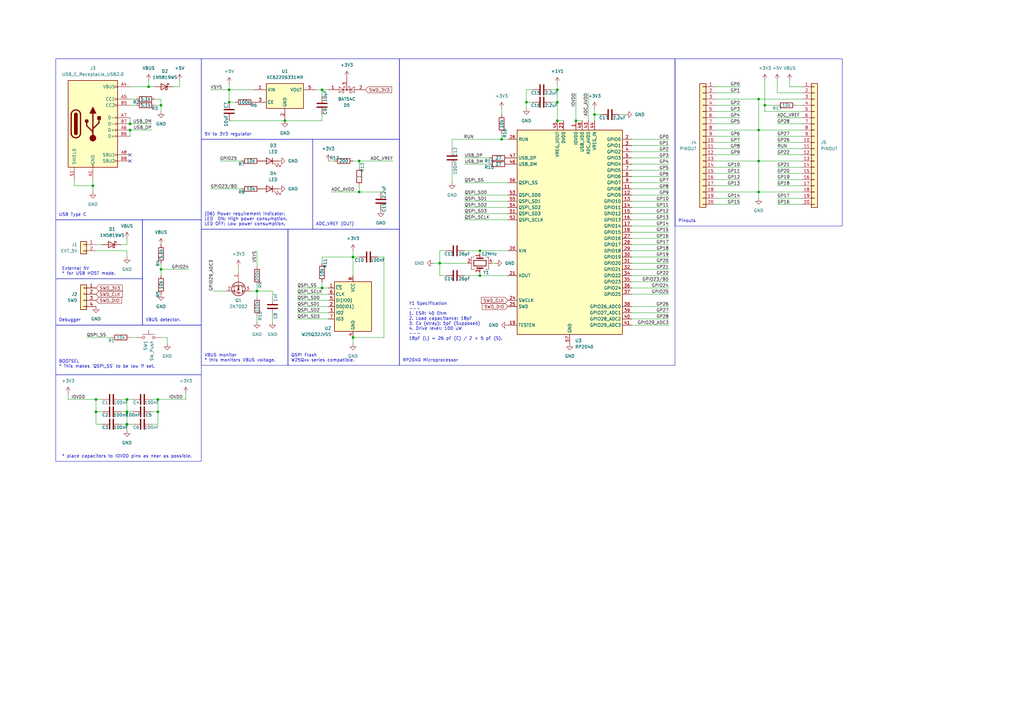
<source format=kicad_sch>
(kicad_sch (version 20230121) (generator eeschema)
  (paper "A3")
  (lib_symbols
    (symbol "Connector:USB_C_Receptacle_USB2.0" (pin_names (offset 1.016))
      (property "Reference" "J" (at -10.16 19.05 0))
      (property "Value" "USB_C_Receptacle_USB2.0" (at 19.05 19.05 0))
      (symbol "USB_C_Receptacle_USB2.0_1_1"
        (pin passive line (at 0 -22.86 90) (length 5.08) (name "GND") (number "A1"))
        (pin passive line (at 0 -22.86 90) (length 5.08) hide (name "GND") (number "A12"))
        (pin passive line (at 15.24 15.24 180) (length 5.08) (name "VBUS") (number "A4"))
        (pin bidirectional line (at 15.24 10.16 180) (length 5.08) (name "CC1") (number "A5"))
        (pin bidirectional line (at 15.24 -2.54 180) (length 5.08) (name "D+") (number "A6"))
        (pin bidirectional line (at 15.24 2.54 180) (length 5.08) (name "D-") (number "A7"))
        (pin bidirectional line (at 15.24 -12.7 180) (length 5.08) (name "SBU1") (number "A8"))
        (pin passive line (at 15.24 15.24 180) (length 5.08) hide (name "VBUS") (number "A9"))
        (pin passive line (at 0 -22.86 90) (length 5.08) hide (name "GND") (number "B1"))
        (pin passive line (at 0 -22.86 90) (length 5.08) hide (name "GND") (number "B12"))
        (pin passive line (at 15.24 15.24 180) (length 5.08) hide (name "VBUS") (number "B4"))
        (pin bidirectional line (at 15.24 7.62 180) (length 5.08) (name "CC2") (number "B5"))
        (pin bidirectional line (at 15.24 -5.08 180) (length 5.08) (name "D+") (number "B6"))
        (pin bidirectional line (at 15.24 0 180) (length 5.08) (name "D-") (number "B7"))
        (pin bidirectional line (at 15.24 -15.24 180) (length 5.08) (name "SBU2") (number "B8"))
        (pin passive line (at 15.24 15.24 180) (length 5.08) hide (name "VBUS") (number "B9"))
        (pin passive line (at -7.62 -22.86 90) (length 5.08) (name "SHIELD") (number "S1"))
      )
    )
    (symbol "Connector_Generic:Conn_01x02" (pin_names (offset 1.016) hide)
      (property "Reference" "J" (at 0 2.54 0))
      (property "Value" "Conn_01x02" (at 0 -5.08 0))
      (symbol "Conn_01x02_1_1"
        (pin passive line (at -5.08 0 0) (length 3.81) (name "Pin_1") (number "1"))
        (pin passive line (at -5.08 -2.54 0) (length 3.81) (name "Pin_2") (number "2"))
      )
    )
    (symbol "Connector_Generic:Conn_01x04" (pin_names (offset 1.016) hide)
      (property "Reference" "J" (at 0 5.08 0))
      (property "Value" "Conn_01x04" (at 0 -7.62 0))
      (symbol "Conn_01x04_1_1"
        (pin passive line (at -5.08 2.54 0) (length 3.81) (name "Pin_1") (number "1"))
        (pin passive line (at -5.08 0 0) (length 3.81) (name "Pin_2") (number "2"))
        (pin passive line (at -5.08 -2.54 0) (length 3.81) (name "Pin_3") (number "3"))
        (pin passive line (at -5.08 -5.08 0) (length 3.81) (name "Pin_4") (number "4"))
      )
    )
    (symbol "Connector_Generic:Conn_01x20" (pin_names (offset 1.016) hide)
      (property "Reference" "J" (at 0 25.4 0))
      (property "Value" "Conn_01x20" (at 0 -27.94 0))
      (symbol "Conn_01x20_1_1"
        (pin passive line (at -5.08 22.86 0) (length 3.81) (name "Pin_1") (number "1"))
        (pin passive line (at -5.08 0 0) (length 3.81) (name "Pin_10") (number "10"))
        (pin passive line (at -5.08 -2.54 0) (length 3.81) (name "Pin_11") (number "11"))
        (pin passive line (at -5.08 -5.08 0) (length 3.81) (name "Pin_12") (number "12"))
        (pin passive line (at -5.08 -7.62 0) (length 3.81) (name "Pin_13") (number "13"))
        (pin passive line (at -5.08 -10.16 0) (length 3.81) (name "Pin_14") (number "14"))
        (pin passive line (at -5.08 -12.7 0) (length 3.81) (name "Pin_15") (number "15"))
        (pin passive line (at -5.08 -15.24 0) (length 3.81) (name "Pin_16") (number "16"))
        (pin passive line (at -5.08 -17.78 0) (length 3.81) (name "Pin_17") (number "17"))
        (pin passive line (at -5.08 -20.32 0) (length 3.81) (name "Pin_18") (number "18"))
        (pin passive line (at -5.08 -22.86 0) (length 3.81) (name "Pin_19") (number "19"))
        (pin passive line (at -5.08 20.32 0) (length 3.81) (name "Pin_2") (number "2"))
        (pin passive line (at -5.08 -25.4 0) (length 3.81) (name "Pin_20") (number "20"))
        (pin passive line (at -5.08 17.78 0) (length 3.81) (name "Pin_3") (number "3"))
        (pin passive line (at -5.08 15.24 0) (length 3.81) (name "Pin_4") (number "4"))
        (pin passive line (at -5.08 12.7 0) (length 3.81) (name "Pin_5") (number "5"))
        (pin passive line (at -5.08 10.16 0) (length 3.81) (name "Pin_6") (number "6"))
        (pin passive line (at -5.08 7.62 0) (length 3.81) (name "Pin_7") (number "7"))
        (pin passive line (at -5.08 5.08 0) (length 3.81) (name "Pin_8") (number "8"))
        (pin passive line (at -5.08 2.54 0) (length 3.81) (name "Pin_9") (number "9"))
      )
    )
    (symbol "Device:C" (pin_numbers hide) (pin_names (offset 0.254))
      (property "Reference" "C" (at 0.635 2.54 0))
      (property "Value" "C" (at 0.635 -2.54 0))
      (symbol "C_1_1"
        (pin passive line (at 0 3.81 270) (length 2.794) (name "~") (number "1"))
        (pin passive line (at 0 -3.81 90) (length 2.794) (name "~") (number "2"))
      )
    )
    (symbol "Device:Crystal_GND24" (pin_names (offset 1.016) hide)
      (property "Reference" "Y" (at 3.175 5.08 0))
      (property "Value" "Crystal_GND24" (at 3.175 3.175 0))
      (symbol "Crystal_GND24_1_1"
        (pin passive line (at -3.81 0 0) (length 1.27) (name "1") (number "1"))
        (pin passive line (at 0 5.08 270) (length 1.27) (name "2") (number "2"))
        (pin passive line (at 3.81 0 180) (length 1.27) (name "3") (number "3"))
        (pin passive line (at 0 -5.08 90) (length 1.27) (name "4") (number "4"))
      )
    )
    (symbol "Device:LED" (pin_numbers hide) (pin_names (offset 1.016) hide)
      (property "Reference" "D" (at 0 2.54 0))
      (property "Value" "LED" (at 0 -2.54 0))
      (symbol "LED_1_1"
        (pin passive line (at -3.81 0 0) (length 2.54) (name "K") (number "1"))
        (pin passive line (at 3.81 0 180) (length 2.54) (name "A") (number "2"))
      )
    )
    (symbol "Device:R" (pin_numbers hide) (pin_names (offset 0))
      (property "Reference" "R" (at 2.032 0 90))
      (property "Value" "R" (at 0 0 90))
      (symbol "R_1_1"
        (pin passive line (at 0 3.81 270) (length 1.27) (name "~") (number "1"))
        (pin passive line (at 0 -3.81 90) (length 1.27) (name "~") (number "2"))
      )
    )
    (symbol "Diode:1N5819WS" (pin_numbers hide) (pin_names (offset 1.016) hide)
      (property "Reference" "D" (at 0 2.54 0))
      (property "Value" "1N5819WS" (at 0 -2.54 0))
      (symbol "1N5819WS_1_1"
        (pin passive line (at -3.81 0 0) (length 2.54) (name "K") (number "1"))
        (pin passive line (at 3.81 0 180) (length 2.54) (name "A") (number "2"))
      )
    )
    (symbol "Diode:BAT54C" (pin_names (offset 1.016))
      (property "Reference" "D" (at 0.635 -3.81 0))
      (property "Value" "BAT54C" (at -6.35 3.175 0))
      (symbol "BAT54C_1_1"
        (pin passive line (at -7.62 0 0) (length 3.81) (name "~") (number "1"))
        (pin passive line (at 7.62 0 180) (length 3.81) (name "~") (number "2"))
        (pin passive line (at 0 -5.08 90) (length 5.08) (name "~") (number "3"))
      )
    )
    (symbol "MCU_RaspberryPi:RP2040"
      (property "Reference" "U" (at 17.78 45.72 0))
      (property "Value" "RP2040" (at 17.78 43.18 0))
      (symbol "RP2040_1_1"
        (pin power_in line (at 2.54 45.72 270) (length 3.81) (name "IOVDD") (number "1"))
        (pin passive line (at 2.54 45.72 270) (length 3.81) hide (name "IOVDD") (number "10"))
        (pin bidirectional line (at 25.4 17.78 180) (length 3.81) (name "GPIO8") (number "11"))
        (pin bidirectional line (at 25.4 15.24 180) (length 3.81) (name "GPIO9") (number "12"))
        (pin bidirectional line (at 25.4 12.7 180) (length 3.81) (name "GPIO10") (number "13"))
        (pin bidirectional line (at 25.4 10.16 180) (length 3.81) (name "GPIO11") (number "14"))
        (pin bidirectional line (at 25.4 7.62 180) (length 3.81) (name "GPIO12") (number "15"))
        (pin bidirectional line (at 25.4 5.08 180) (length 3.81) (name "GPIO13") (number "16"))
        (pin bidirectional line (at 25.4 2.54 180) (length 3.81) (name "GPIO14") (number "17"))
        (pin bidirectional line (at 25.4 0 180) (length 3.81) (name "GPIO15") (number "18"))
        (pin input line (at -25.4 -38.1 0) (length 3.81) (name "TESTEN") (number "19"))
        (pin bidirectional line (at 25.4 38.1 180) (length 3.81) (name "GPIO0") (number "2"))
        (pin input line (at -25.4 -7.62 0) (length 3.81) (name "XIN") (number "20"))
        (pin passive line (at -25.4 -17.78 0) (length 3.81) (name "XOUT") (number "21"))
        (pin passive line (at 2.54 45.72 270) (length 3.81) hide (name "IOVDD") (number "22"))
        (pin power_in line (at -2.54 45.72 270) (length 3.81) (name "DVDD") (number "23"))
        (pin input line (at -25.4 -27.94 0) (length 3.81) (name "SWCLK") (number "24"))
        (pin bidirectional line (at -25.4 -30.48 0) (length 3.81) (name "SWD") (number "25"))
        (pin input line (at -25.4 38.1 0) (length 3.81) (name "RUN") (number "26"))
        (pin bidirectional line (at 25.4 -2.54 180) (length 3.81) (name "GPIO16") (number "27"))
        (pin bidirectional line (at 25.4 -5.08 180) (length 3.81) (name "GPIO17") (number "28"))
        (pin bidirectional line (at 25.4 -7.62 180) (length 3.81) (name "GPIO18") (number "29"))
        (pin bidirectional line (at 25.4 35.56 180) (length 3.81) (name "GPIO1") (number "3"))
        (pin bidirectional line (at 25.4 -10.16 180) (length 3.81) (name "GPIO19") (number "30"))
        (pin bidirectional line (at 25.4 -12.7 180) (length 3.81) (name "GPIO20") (number "31"))
        (pin bidirectional line (at 25.4 -15.24 180) (length 3.81) (name "GPIO21") (number "32"))
        (pin passive line (at 2.54 45.72 270) (length 3.81) hide (name "IOVDD") (number "33"))
        (pin bidirectional line (at 25.4 -17.78 180) (length 3.81) (name "GPIO22") (number "34"))
        (pin bidirectional line (at 25.4 -20.32 180) (length 3.81) (name "GPIO23") (number "35"))
        (pin bidirectional line (at 25.4 -22.86 180) (length 3.81) (name "GPIO24") (number "36"))
        (pin bidirectional line (at 25.4 -25.4 180) (length 3.81) (name "GPIO25") (number "37"))
        (pin bidirectional line (at 25.4 -30.48 180) (length 3.81) (name "GPIO26_ADC0") (number "38"))
        (pin bidirectional line (at 25.4 -33.02 180) (length 3.81) (name "GPIO27_ADC1") (number "39"))
        (pin bidirectional line (at 25.4 33.02 180) (length 3.81) (name "GPIO2") (number "4"))
        (pin bidirectional line (at 25.4 -35.56 180) (length 3.81) (name "GPIO28_ADC2") (number "40"))
        (pin bidirectional line (at 25.4 -38.1 180) (length 3.81) (name "GPIO29_ADC3") (number "41"))
        (pin passive line (at 2.54 45.72 270) (length 3.81) hide (name "IOVDD") (number "42"))
        (pin power_in line (at 7.62 45.72 270) (length 3.81) (name "ADC_AVDD") (number "43"))
        (pin power_in line (at 10.16 45.72 270) (length 3.81) (name "VREG_IN") (number "44"))
        (pin power_out line (at -5.08 45.72 270) (length 3.81) (name "VREG_VOUT") (number "45"))
        (pin bidirectional line (at -25.4 27.94 0) (length 3.81) (name "USB_DM") (number "46"))
        (pin bidirectional line (at -25.4 30.48 0) (length 3.81) (name "USB_DP") (number "47"))
        (pin power_in line (at 5.08 45.72 270) (length 3.81) (name "USB_VDD") (number "48"))
        (pin passive line (at 2.54 45.72 270) (length 3.81) hide (name "IOVDD") (number "49"))
        (pin bidirectional line (at 25.4 30.48 180) (length 3.81) (name "GPIO3") (number "5"))
        (pin passive line (at -2.54 45.72 270) (length 3.81) hide (name "DVDD") (number "50"))
        (pin bidirectional line (at -25.4 7.62 0) (length 3.81) (name "QSPI_SD3") (number "51"))
        (pin output line (at -25.4 5.08 0) (length 3.81) (name "QSPI_SCLK") (number "52"))
        (pin bidirectional line (at -25.4 15.24 0) (length 3.81) (name "QSPI_SD0") (number "53"))
        (pin bidirectional line (at -25.4 10.16 0) (length 3.81) (name "QSPI_SD2") (number "54"))
        (pin bidirectional line (at -25.4 12.7 0) (length 3.81) (name "QSPI_SD1") (number "55"))
        (pin bidirectional line (at -25.4 20.32 0) (length 3.81) (name "QSPI_SS") (number "56"))
        (pin power_in line (at 0 -45.72 90) (length 3.81) (name "GND") (number "57"))
        (pin bidirectional line (at 25.4 27.94 180) (length 3.81) (name "GPIO4") (number "6"))
        (pin bidirectional line (at 25.4 25.4 180) (length 3.81) (name "GPIO5") (number "7"))
        (pin bidirectional line (at 25.4 22.86 180) (length 3.81) (name "GPIO6") (number "8"))
        (pin bidirectional line (at 25.4 20.32 180) (length 3.81) (name "GPIO7") (number "9"))
      )
    )
    (symbol "Memory_Flash:W25Q32JVSS"
      (property "Reference" "U" (at -6.35 11.43 0))
      (property "Value" "W25Q32JVSS" (at 7.62 11.43 0))
      (symbol "W25Q32JVSS_1_1"
        (pin input line (at -10.16 7.62 0) (length 2.54) (name "~{CS}") (number "1"))
        (pin bidirectional line (at -10.16 0 0) (length 2.54) (name "DO(IO1)") (number "2"))
        (pin bidirectional line (at -10.16 -2.54 0) (length 2.54) (name "IO2") (number "3"))
        (pin power_in line (at 0 -12.7 90) (length 2.54) (name "GND") (number "4"))
        (pin bidirectional line (at -10.16 2.54 0) (length 2.54) (name "DI(IO0)") (number "5"))
        (pin input line (at -10.16 5.08 0) (length 2.54) (name "CLK") (number "6"))
        (pin bidirectional line (at -10.16 -5.08 0) (length 2.54) (name "IO3") (number "7"))
        (pin power_in line (at 0 12.7 270) (length 2.54) (name "VCC") (number "8"))
      )
    )
    (symbol "Regulator_Linear:XC6220B331MR"
      (property "Reference" "U" (at 0 8.89 0))
      (property "Value" "XC6220B331MR" (at 0 6.35 0))
      (symbol "XC6220B331MR_1_1"
        (pin power_in line (at -12.7 2.54 0) (length 5.08) (name "VIN") (number "1"))
        (pin power_in line (at 0 -10.16 90) (length 5.08) (name "GND") (number "2"))
        (pin input line (at -12.7 -2.54 0) (length 5.08) (name "CE") (number "3"))
        (pin no_connect line (at 7.62 -2.54 180) (length 5.08) hide (name "NC") (number "4"))
        (pin power_out line (at 12.7 2.54 180) (length 5.08) (name "VOUT") (number "5"))
      )
    )
    (symbol "Switch:SW_Push" (pin_numbers hide) (pin_names (offset 1.016) hide)
      (property "Reference" "SW" (at 1.27 2.54 0))
      (property "Value" "SW_Push" (at 0 -1.524 0))
      (symbol "SW_Push_0_1"
        (pin passive line (at -5.08 0 0) (length 2.54) (name "1") (number "1"))
        (pin passive line (at 5.08 0 180) (length 2.54) (name "2") (number "2"))
      )
    )
    (symbol "Transistor_FET:2N7002" (pin_names hide)
      (property "Reference" "Q" (at 5.08 1.905 0))
      (property "Value" "2N7002" (at 5.08 0 0))
      (symbol "2N7002_1_1"
        (pin input line (at -5.08 0 0) (length 2.54) (name "G") (number "1"))
        (pin passive line (at 2.54 -5.08 90) (length 2.54) (name "S") (number "2"))
        (pin passive line (at 2.54 5.08 270) (length 2.54) (name "D") (number "3"))
      )
    )
    (symbol "power:+1V1" (power) (pin_names (offset 0))
      (property "Value" "+1V1" (at 0 3.556 0))
      (symbol "+1V1_1_1"
        (pin power_in line (at 0 0 90) (length 0) hide (name "+1V1") (number "1"))
      )
    )
    (symbol "power:+3V3" (power) (pin_names (offset 0))
      (property "Value" "+3V3" (at 0 3.556 0))
      (symbol "+3V3_1_1"
        (pin power_in line (at 0 0 90) (length 0) hide (name "+3V3") (number "1"))
      )
    )
    (symbol "power:+5V" (power) (pin_names (offset 0))
      (property "Value" "+5V" (at 0 3.556 0))
      (symbol "+5V_1_1"
        (pin power_in line (at 0 0 90) (length 0) hide (name "+5V") (number "1"))
      )
    )
    (symbol "power:GND" (power) (pin_names (offset 0))
      (property "Value" "GND" (at 0 -3.81 0))
      (symbol "GND_1_1"
        (pin power_in line (at 0 0 270) (length 0) hide (name "GND") (number "1"))
      )
    )
    (symbol "power:VBUS" (power) (pin_names (offset 0))
      (property "Value" "VBUS" (at 0 3.81 0))
      (symbol "VBUS_1_1"
        (pin power_in line (at 0 0 90) (length 0) hide (name "VBUS") (number "1"))
      )
    )
  )
  (junction (at 196.85 113.03))
  (junction (at 93.98 36.83))
  (junction (at 311.15 78.74))
  (junction (at 132.08 118.11))
  (junction (at 52.07 168.91))
  (junction (at 228.6 49.53))
  (junction (at 60.96 35.56))
  (junction (at 205.74 57.15))
  (junction (at 228.6 41.91))
  (junction (at 64.77 168.91))
  (junction (at 39.37 163.83))
  (junction (at 39.37 168.91))
  (junction (at 147.32 78.74))
  (junction (at 243.84 46.99))
  (junction (at 215.9 41.91))
  (junction (at 180.34 107.95))
  (junction (at 53.34 53.34))
  (junction (at 105.41 119.38))
  (junction (at 64.77 163.83))
  (junction (at 116.84 49.53))
  (junction (at 313.69 43.18))
  (junction (at 236.22 49.53))
  (junction (at 144.78 105.41))
  (junction (at 196.85 102.87))
  (junction (at 53.34 50.8))
  (junction (at 52.07 173.99))
  (junction (at 38.1 76.2))
  (junction (at 66.04 110.49))
  (junction (at 147.32 66.04))
  (junction (at 66.04 43.18))
  (junction (at 93.98 41.91))
  (junction (at 144.78 138.43))
  (junction (at 52.07 163.83))
  (junction (at 311.15 53.34))
  (junction (at 228.6 36.83))
  (junction (at 311.15 66.04))
  (junction (at 311.15 40.64))
  (junction (at 132.08 36.83))
  (no_connect (at 53.34 66.04))
  (no_connect (at 53.34 63.5))
  (wire (pts (xy 144.78 66.04) (xy 147.32 66.04)))
  (wire (pts (xy 274.32 59.69) (xy 259.08 59.69)))
  (wire (pts (xy 318.77 58.42) (xy 328.93 58.42)))
  (wire (pts (xy 274.32 92.71) (xy 259.08 92.71)))
  (wire (pts (xy 236.22 49.53) (xy 238.76 49.53)))
  (wire (pts (xy 318.77 76.2) (xy 328.93 76.2)))
  (wire (pts (xy 274.32 57.15) (xy 259.08 57.15)))
  (wire (pts (xy 218.44 36.83) (xy 215.9 36.83)))
  (wire (pts (xy 293.37 83.82) (xy 303.53 83.82)))
  (wire (pts (xy 157.48 105.41) (xy 157.48 138.43)))
  (wire (pts (xy 76.2 163.83) (xy 64.77 163.83)))
  (wire (pts (xy 293.37 45.72) (xy 303.53 45.72)))
  (wire (pts (xy 105.41 116.84) (xy 105.41 119.38)))
  (wire (pts (xy 274.32 113.03) (xy 259.08 113.03)))
  (wire (pts (xy 52.07 100.33) (xy 52.07 97.79)))
  (wire (pts (xy 35.56 138.43) (xy 45.72 138.43)))
  (wire (pts (xy 318.77 81.28) (xy 328.93 81.28)))
  (wire (pts (xy 274.32 67.31) (xy 259.08 67.31)))
  (wire (pts (xy 274.32 105.41) (xy 259.08 105.41)))
  (wire (pts (xy 259.08 118.11) (xy 274.32 118.11)))
  (wire (pts (xy 52.07 173.99) (xy 52.07 176.53)))
  (wire (pts (xy 318.77 50.8) (xy 328.93 50.8)))
  (wire (pts (xy 318.77 63.5) (xy 328.93 63.5)))
  (wire (pts (xy 228.6 36.83) (xy 228.6 41.91)))
  (wire (pts (xy 177.8 107.95) (xy 180.34 107.95)))
  (wire (pts (xy 274.32 97.79) (xy 259.08 97.79)))
  (wire (pts (xy 93.98 34.29) (xy 93.98 36.83)))
  (wire (pts (xy 182.88 113.03) (xy 180.34 113.03)))
  (wire (pts (xy 53.34 53.34) (xy 53.34 55.88)))
  (wire (pts (xy 185.42 57.15) (xy 185.42 60.96)))
  (wire (pts (xy 190.5 90.17) (xy 208.28 90.17)))
  (wire (pts (xy 180.34 107.95) (xy 180.34 102.87)))
  (wire (pts (xy 49.53 168.91) (xy 52.07 168.91)))
  (wire (pts (xy 66.04 43.18) (xy 66.04 40.64)))
  (wire (pts (xy 190.5 64.77) (xy 200.66 64.77)))
  (wire (pts (xy 318.77 83.82) (xy 328.93 83.82)))
  (wire (pts (xy 274.32 125.73) (xy 259.08 125.73)))
  (wire (pts (xy 132.08 36.83) (xy 129.54 36.83)))
  (wire (pts (xy 132.08 115.57) (xy 132.08 118.11)))
  (wire (pts (xy 226.06 36.83) (xy 228.6 36.83)))
  (wire (pts (xy 156.21 78.74) (xy 147.32 78.74)))
  (wire (pts (xy 293.37 40.64) (xy 311.15 40.64)))
  (wire (pts (xy 318.77 73.66) (xy 328.93 73.66)))
  (wire (pts (xy 274.32 62.23) (xy 259.08 62.23)))
  (wire (pts (xy 228.6 41.91) (xy 228.6 49.53)))
  (wire (pts (xy 96.52 41.91) (xy 93.98 41.91)))
  (wire (pts (xy 121.92 130.81) (xy 134.62 130.81)))
  (wire (pts (xy 190.5 87.63) (xy 208.28 87.63)))
  (wire (pts (xy 318.77 68.58) (xy 328.93 68.58)))
  (wire (pts (xy 53.34 48.26) (xy 53.34 50.8)))
  (wire (pts (xy 274.32 72.39) (xy 259.08 72.39)))
  (wire (pts (xy 326.39 43.18) (xy 328.93 43.18)))
  (wire (pts (xy 293.37 68.58) (xy 303.53 68.58)))
  (wire (pts (xy 134.62 36.83) (xy 132.08 36.83)))
  (wire (pts (xy 185.42 57.15) (xy 205.74 57.15)))
  (wire (pts (xy 87.63 119.38) (xy 92.71 119.38)))
  (wire (pts (xy 121.92 123.19) (xy 134.62 123.19)))
  (wire (pts (xy 93.98 49.53) (xy 116.84 49.53)))
  (wire (pts (xy 313.69 33.02) (xy 313.69 43.18)))
  (wire (pts (xy 157.48 138.43) (xy 144.78 138.43)))
  (wire (pts (xy 64.77 163.83) (xy 64.77 168.91)))
  (wire (pts (xy 243.84 46.99) (xy 246.38 46.99)))
  (wire (pts (xy 274.32 87.63) (xy 259.08 87.63)))
  (wire (pts (xy 274.32 133.35) (xy 259.08 133.35)))
  (wire (pts (xy 52.07 105.41) (xy 52.07 102.87)))
  (wire (pts (xy 132.08 105.41) (xy 144.78 105.41)))
  (wire (pts (xy 293.37 66.04) (xy 311.15 66.04)))
  (wire (pts (xy 180.34 107.95) (xy 191.77 107.95)))
  (wire (pts (xy 293.37 78.74) (xy 311.15 78.74)))
  (wire (pts (xy 185.42 68.58) (xy 185.42 74.93)))
  (wire (pts (xy 102.87 119.38) (xy 105.41 119.38)))
  (wire (pts (xy 241.3 38.1) (xy 241.3 49.53)))
  (wire (pts (xy 66.04 110.49) (xy 77.47 110.49)))
  (wire (pts (xy 41.91 173.99) (xy 39.37 173.99)))
  (wire (pts (xy 311.15 66.04) (xy 311.15 78.74)))
  (wire (pts (xy 228.6 49.53) (xy 231.14 49.53)))
  (wire (pts (xy 311.15 53.34) (xy 311.15 66.04)))
  (wire (pts (xy 205.74 44.45) (xy 205.74 46.99)))
  (wire (pts (xy 203.2 107.95) (xy 201.93 107.95)))
  (wire (pts (xy 62.23 168.91) (xy 64.77 168.91)))
  (wire (pts (xy 259.08 120.65) (xy 274.32 120.65)))
  (wire (pts (xy 49.53 163.83) (xy 52.07 163.83)))
  (wire (pts (xy 293.37 58.42) (xy 303.53 58.42)))
  (wire (pts (xy 39.37 168.91) (xy 39.37 173.99)))
  (wire (pts (xy 38.1 78.74) (xy 38.1 76.2)))
  (wire (pts (xy 52.07 102.87) (xy 39.37 102.87)))
  (wire (pts (xy 196.85 113.03) (xy 196.85 111.76)))
  (wire (pts (xy 274.32 130.81) (xy 259.08 130.81)))
  (wire (pts (xy 132.08 46.99) (xy 132.08 49.53)))
  (wire (pts (xy 53.34 35.56) (xy 60.96 35.56)))
  (wire (pts (xy 180.34 113.03) (xy 180.34 107.95)))
  (wire (pts (xy 111.76 119.38) (xy 105.41 119.38)))
  (wire (pts (xy 293.37 76.2) (xy 303.53 76.2)))
  (wire (pts (xy 73.66 33.02) (xy 73.66 35.56)))
  (wire (pts (xy 274.32 102.87) (xy 259.08 102.87)))
  (wire (pts (xy 303.53 38.1) (xy 293.37 38.1)))
  (wire (pts (xy 27.94 163.83) (xy 39.37 163.83)))
  (wire (pts (xy 41.91 163.83) (xy 39.37 163.83)))
  (wire (pts (xy 105.41 102.87) (xy 105.41 109.22)))
  (wire (pts (xy 259.08 115.57) (xy 274.32 115.57)))
  (wire (pts (xy 274.32 128.27) (xy 259.08 128.27)))
  (wire (pts (xy 52.07 163.83) (xy 52.07 168.91)))
  (wire (pts (xy 62.23 173.99) (xy 64.77 173.99)))
  (wire (pts (xy 311.15 66.04) (xy 328.93 66.04)))
  (wire (pts (xy 293.37 48.26) (xy 303.53 48.26)))
  (wire (pts (xy 274.32 77.47) (xy 259.08 77.47)))
  (wire (pts (xy 293.37 73.66) (xy 303.53 73.66)))
  (wire (pts (xy 134.62 66.04) (xy 137.16 66.04)))
  (wire (pts (xy 196.85 102.87) (xy 208.28 102.87)))
  (wire (pts (xy 311.15 40.64) (xy 311.15 53.34)))
  (wire (pts (xy 293.37 50.8) (xy 303.53 50.8)))
  (wire (pts (xy 190.5 82.55) (xy 208.28 82.55)))
  (wire (pts (xy 215.9 41.91) (xy 218.44 41.91)))
  (wire (pts (xy 313.69 45.72) (xy 328.93 45.72)))
  (wire (pts (xy 62.23 50.8) (xy 53.34 50.8)))
  (wire (pts (xy 121.92 128.27) (xy 134.62 128.27)))
  (wire (pts (xy 86.36 36.83) (xy 93.98 36.83)))
  (wire (pts (xy 132.08 36.83) (xy 132.08 39.37)))
  (wire (pts (xy 293.37 43.18) (xy 303.53 43.18)))
  (wire (pts (xy 190.5 74.93) (xy 208.28 74.93)))
  (wire (pts (xy 323.85 35.56) (xy 328.93 35.56)))
  (wire (pts (xy 190.5 67.31) (xy 200.66 67.31)))
  (wire (pts (xy 313.69 43.18) (xy 318.77 43.18)))
  (wire (pts (xy 293.37 60.96) (xy 303.53 60.96)))
  (wire (pts (xy 105.41 129.54) (xy 105.41 132.08)))
  (wire (pts (xy 293.37 35.56) (xy 303.53 35.56)))
  (wire (pts (xy 274.32 107.95) (xy 259.08 107.95)))
  (wire (pts (xy 132.08 118.11) (xy 134.62 118.11)))
  (wire (pts (xy 274.32 90.17) (xy 259.08 90.17)))
  (wire (pts (xy 62.23 163.83) (xy 64.77 163.83)))
  (wire (pts (xy 62.23 53.34) (xy 53.34 53.34)))
  (wire (pts (xy 121.92 125.73) (xy 134.62 125.73)))
  (wire (pts (xy 318.77 71.12) (xy 328.93 71.12)))
  (wire (pts (xy 311.15 40.64) (xy 328.93 40.64)))
  (wire (pts (xy 144.78 105.41) (xy 144.78 113.03)))
  (wire (pts (xy 208.28 113.03) (xy 196.85 113.03)))
  (wire (pts (xy 76.2 163.83) (xy 76.2 161.29)))
  (wire (pts (xy 205.74 54.61) (xy 205.74 57.15)))
  (wire (pts (xy 52.07 168.91) (xy 54.61 168.91)))
  (wire (pts (xy 52.07 173.99) (xy 54.61 173.99)))
  (wire (pts (xy 52.07 163.83) (xy 54.61 163.83)))
  (wire (pts (xy 39.37 168.91) (xy 41.91 168.91)))
  (wire (pts (xy 71.12 35.56) (xy 73.66 35.56)))
  (wire (pts (xy 52.07 168.91) (xy 52.07 173.99)))
  (wire (pts (xy 64.77 168.91) (xy 64.77 173.99)))
  (wire (pts (xy 63.5 40.64) (xy 66.04 40.64)))
  (wire (pts (xy 190.5 102.87) (xy 196.85 102.87)))
  (wire (pts (xy 226.06 41.91) (xy 228.6 41.91)))
  (wire (pts (xy 293.37 81.28) (xy 303.53 81.28)))
  (wire (pts (xy 66.04 107.95) (xy 66.04 110.49)))
  (wire (pts (xy 157.48 105.41) (xy 154.94 105.41)))
  (wire (pts (xy 318.77 38.1) (xy 328.93 38.1)))
  (wire (pts (xy 274.32 85.09) (xy 259.08 85.09)))
  (wire (pts (xy 274.32 82.55) (xy 259.08 82.55)))
  (wire (pts (xy 97.79 109.22) (xy 97.79 111.76)))
  (wire (pts (xy 293.37 55.88) (xy 303.53 55.88)))
  (wire (pts (xy 63.5 35.56) (xy 60.96 35.56)))
  (wire (pts (xy 132.08 49.53) (xy 116.84 49.53)))
  (wire (pts (xy 49.53 100.33) (xy 52.07 100.33)))
  (wire (pts (xy 111.76 121.92) (xy 111.76 119.38)))
  (wire (pts (xy 236.22 38.1) (xy 236.22 49.53)))
  (wire (pts (xy 55.88 138.43) (xy 53.34 138.43)))
  (wire (pts (xy 293.37 53.34) (xy 311.15 53.34)))
  (wire (pts (xy 215.9 36.83) (xy 215.9 41.91)))
  (wire (pts (xy 66.04 45.72) (xy 66.04 43.18)))
  (wire (pts (xy 111.76 129.54) (xy 111.76 132.08)))
  (wire (pts (xy 318.77 60.96) (xy 328.93 60.96)))
  (wire (pts (xy 66.04 110.49) (xy 66.04 113.03)))
  (wire (pts (xy 256.54 46.99) (xy 254 46.99)))
  (wire (pts (xy 318.77 55.88) (xy 328.93 55.88)))
  (wire (pts (xy 105.41 119.38) (xy 105.41 121.92)))
  (wire (pts (xy 66.04 138.43) (xy 68.58 138.43)))
  (wire (pts (xy 311.15 78.74) (xy 311.15 81.28)))
  (wire (pts (xy 274.32 95.25) (xy 259.08 95.25)))
  (wire (pts (xy 274.32 80.01) (xy 259.08 80.01)))
  (wire (pts (xy 293.37 63.5) (xy 303.53 63.5)))
  (wire (pts (xy 147.32 66.04) (xy 161.29 66.04)))
  (wire (pts (xy 311.15 53.34) (xy 328.93 53.34)))
  (wire (pts (xy 318.77 48.26) (xy 328.93 48.26)))
  (wire (pts (xy 274.32 110.49) (xy 259.08 110.49)))
  (wire (pts (xy 27.94 163.83) (xy 27.94 161.29)))
  (wire (pts (xy 68.58 140.97) (xy 68.58 138.43)))
  (wire (pts (xy 243.84 46.99) (xy 243.84 49.53)))
  (wire (pts (xy 90.17 66.04) (xy 99.06 66.04)))
  (wire (pts (xy 147.32 66.04) (xy 147.32 68.58)))
  (wire (pts (xy 311.15 78.74) (xy 328.93 78.74)))
  (wire (pts (xy 293.37 71.12) (xy 303.53 71.12)))
  (wire (pts (xy 196.85 104.14) (xy 196.85 102.87)))
  (wire (pts (xy 63.5 43.18) (xy 66.04 43.18)))
  (wire (pts (xy 318.77 33.02) (xy 318.77 38.1)))
  (wire (pts (xy 228.6 34.29) (xy 228.6 36.83)))
  (wire (pts (xy 215.9 41.91) (xy 215.9 44.45)))
  (wire (pts (xy 313.69 43.18) (xy 313.69 45.72)))
  (wire (pts (xy 144.78 105.41) (xy 147.32 105.41)))
  (wire (pts (xy 60.96 35.56) (xy 60.96 33.02)))
  (wire (pts (xy 93.98 36.83) (xy 104.14 36.83)))
  (wire (pts (xy 144.78 102.87) (xy 144.78 105.41)))
  (wire (pts (xy 30.48 76.2) (xy 38.1 76.2)))
  (wire (pts (xy 55.88 40.64) (xy 53.34 40.64)))
  (wire (pts (xy 135.89 78.74) (xy 147.32 78.74)))
  (wire (pts (xy 121.92 120.65) (xy 134.62 120.65)))
  (wire (pts (xy 190.5 113.03) (xy 196.85 113.03)))
  (wire (pts (xy 49.53 173.99) (xy 52.07 173.99)))
  (wire (pts (xy 274.32 69.85) (xy 259.08 69.85)))
  (wire (pts (xy 147.32 76.2) (xy 147.32 78.74)))
  (wire (pts (xy 38.1 73.66) (xy 38.1 76.2)))
  (wire (pts (xy 121.92 118.11) (xy 132.08 118.11)))
  (wire (pts (xy 274.32 64.77) (xy 259.08 64.77)))
  (wire (pts (xy 205.74 57.15) (xy 208.28 57.15)))
  (wire (pts (xy 190.5 80.01) (xy 208.28 80.01)))
  (wire (pts (xy 132.08 105.41) (xy 132.08 107.95)))
  (wire (pts (xy 243.84 44.45) (xy 243.84 46.99)))
  (wire (pts (xy 30.48 76.2) (xy 30.48 73.66)))
  (wire (pts (xy 86.36 77.47) (xy 99.06 77.47)))
  (wire (pts (xy 180.34 102.87) (xy 182.88 102.87)))
  (wire (pts (xy 323.85 33.02) (xy 323.85 35.56)))
  (wire (pts (xy 274.32 100.33) (xy 259.08 100.33)))
  (wire (pts (xy 190.5 85.09) (xy 208.28 85.09)))
  (wire (pts (xy 274.32 74.93) (xy 259.08 74.93)))
  (wire (pts (xy 55.88 43.18) (xy 53.34 43.18)))
  (wire (pts (xy 93.98 36.83) (xy 93.98 41.91)))
  (wire (pts (xy 39.37 100.33) (xy 41.91 100.33)))
  (wire (pts (xy 144.78 140.97) (xy 144.78 138.43)))
  (wire (pts (xy 39.37 163.83) (xy 39.37 168.91)))
  (rectangle (start 58.42 90.17) (end 82.55 133.35))
  (rectangle (start 82.55 57.15) (end 128.27 93.98))
  (rectangle (start 128.27 57.15) (end 163.83 93.98))
  (rectangle (start 22.86 133.35) (end 82.55 153.67))
  (rectangle (start 22.86 114.3) (end 58.42 133.35))
  (rectangle (start 276.86 24.13) (end 345.44 92.71))
  (rectangle (start 22.86 90.17) (end 58.42 114.3))
  (rectangle (start 163.83 24.13) (end 276.86 149.86))
  (rectangle (start 82.55 24.13) (end 163.83 57.15))
  (rectangle (start 22.86 153.67) (end 82.55 189.23))
  (rectangle (start 22.86 24.13) (end 82.55 90.17))
  (rectangle (start 118.11 93.98) (end 163.83 149.86))
  (rectangle (start 82.55 93.98) (end 118.11 149.86))
  (text "VBUS monitor\n* this monitors VBUS voltage." (at 83.82 148.59 0) (effects (font (size 1.27 1.27)) (justify left bottom)))
  (text "VBUS detector." (at 59.69 132.08 0) (effects (font (size 1.27 1.27)) (justify left bottom)))
  (text "ADC_VREF (OUT)" (at 129.54 92.71 0) (effects (font (size 1.27 1.27)) (justify left bottom)))
  (text "External 5V\n* for USB HOST mode." (at 25.4 113.03 0) (effects (font (size 1.27 1.27)) (justify left bottom)))
  (text "Pinouts" (at 278.13 91.44 0) (effects (font (size 1.27 1.27)) (justify left bottom)))
  (text "Y1 Specification\n---\n1. ESR: 40 Ohm\n2. Load capacitance: 18pF\n3. Cs (stray): 5pF (Supposed)\n4. Drive level: 100 uW\n---\n18pF (L) = 26 pF (C) / 2 + 5 pF (S)." (at 167.64 139.7 0) (effects (font (size 1.27 1.27)) (justify left bottom)))
  (text "Debugger" (at 24.13 132.08 0) (effects (font (size 1.27 1.27)) (justify left bottom)))
  (text "RP2040 Microprocessor" (at 165.1 148.59 0) (effects (font (size 1.27 1.27)) (justify left bottom)))
  (text "QSPI Flash\nW25Qxx series compatible." (at 119.38 148.59 0) (effects (font (size 1.27 1.27)) (justify left bottom)))
  (text "(D6) Power requirement indicator.\nLED  ON: High power consumption.\nLED OFF: Low power consumption." (at 83.82 92.71 0) (effects (font (size 1.27 1.27)) (justify left bottom)))
  (text "USB Type C" (at 24.13 88.9 0) (effects (font (size 1.27 1.27)) (justify left bottom)))
  (text "* place capacitors to IOVDD pins as near as possible." (at 25.4 187.96 0) (effects (font (size 1.27 1.27)) (justify left bottom)))
  (text "BOOTSEL\n* This makes `QSPI_SS` to be low if set." (at 24.13 151.13 0) (effects (font (size 1.27 1.27)) (justify left bottom)))
  (text "5V to 3V3 regulator" (at 83.82 55.88 0) (effects (font (size 1.27 1.27)) (justify left bottom)))
  (label "GP16" (at 274.32 97.79 180))
  (label "GP4" (at 303.53 48.26 180))
  (label "GP21" (at 318.77 68.58 0))
  (label "GP8" (at 274.32 77.47 180))
  (label "QSPI_SD3" (at 190.5 87.63 0))
  (label "GP6" (at 303.53 55.88 180))
  (label "GPIO23{slash}BD" (at 86.36 77.47 0))
  (label "GP22" (at 274.32 113.03 180))
  (label "ADC_VREF" (at 318.77 48.26 0))
  (label "USB_DM" (at 190.5 67.31 0))
  (label "QSPI_SD0" (at 190.5 80.01 0))
  (label "GP16" (at 318.77 83.82 0))
  (label "GP1" (at 274.32 59.69 180))
  (label "IOVDD" (at 74.93 163.83 180))
  (label "GPIO29_ADC3" (at 274.32 133.35 180))
  (label "GP3" (at 303.53 45.72 180))
  (label "GP6" (at 274.32 72.39 180))
  (label "USB_DP" (at 190.5 64.77 0))
  (label "ADC_VREF" (at 161.29 66.04 180))
  (label "RUN" (at 318.77 60.96 0))
  (label "QSPI_SD3" (at 121.92 130.81 0))
  (label "GP28" (at 274.32 130.81 180))
  (label "GPIO24" (at 274.32 118.11 180))
  (label "GP12" (at 274.32 87.63 180))
  (label "RUN" (at 194.31 57.15 180))
  (label "GPIO25" (at 274.32 120.65 180))
  (label "GPIO24" (at 77.47 110.49 180))
  (label "VSYS" (at 86.36 36.83 0))
  (label "GP17" (at 318.77 81.28 0))
  (label "GP20" (at 274.32 107.95 180))
  (label "QSPI_SCLK" (at 121.92 120.65 0))
  (label "GP9" (at 274.32 80.01 180))
  (label "GP27" (at 318.77 55.88 0))
  (label "ADC_AVDD" (at 135.89 78.74 0))
  (label "GP10" (at 274.32 82.55 180))
  (label "GP11" (at 274.32 85.09 180))
  (label "GP7" (at 274.32 74.93 180))
  (label "GP1" (at 303.53 38.1 180))
  (label "GP13" (at 274.32 90.17 180))
  (label "QSPI_SS" (at 121.92 118.11 0))
  (label "GP22" (at 318.77 63.5 0))
  (label "GP19" (at 318.77 73.66 0))
  (label "GP14" (at 274.32 92.71 180))
  (label "USB_DP" (at 62.23 53.34 180))
  (label "GP4" (at 274.32 67.31 180))
  (label "GP19" (at 274.32 105.41 180))
  (label "IOVDD" (at 29.21 163.83 0))
  (label "GP7" (at 303.53 58.42 180))
  (label "GP18" (at 274.32 102.87 180))
  (label "VSYS" (at 105.41 102.87 270))
  (label "GP10" (at 303.53 68.58 180))
  (label "GP8" (at 303.53 60.96 180))
  (label "QSPI_SS" (at 35.56 138.43 0))
  (label "QSPI_SS" (at 190.5 74.93 0))
  (label "GP15" (at 303.53 83.82 180))
  (label "IOVDD" (at 236.22 38.1 270))
  (label "GP5" (at 274.32 69.85 180))
  (label "QSPI_SD2" (at 190.5 85.09 0))
  (label "GP17" (at 274.32 100.33 180))
  (label "QSPI_SD2" (at 121.92 128.27 0))
  (label "GP18" (at 318.77 76.2 0))
  (label "GP14" (at 303.53 81.28 180))
  (label "GP26" (at 318.77 58.42 0))
  (label "GP2" (at 303.53 43.18 180))
  (label "GPIO23{slash}BD" (at 274.32 115.57 180))
  (label "GP3" (at 274.32 64.77 180))
  (label "GP15" (at 274.32 95.25 180))
  (label "GP11" (at 303.53 71.12 180))
  (label "ADC_AVDD" (at 241.3 38.1 270))
  (label "GP27" (at 274.32 128.27 180))
  (label "GP21" (at 274.32 110.49 180))
  (label "GP13" (at 303.53 76.2 180))
  (label "GP26" (at 274.32 125.73 180))
  (label "GP0" (at 274.32 57.15 180))
  (label "GP12" (at 303.53 73.66 180))
  (label "USB_DM" (at 62.23 50.8 180))
  (label "QSPI_SCLK" (at 190.5 90.17 0))
  (label "GP0" (at 303.53 35.56 180))
  (label "GPIO25" (at 90.17 66.04 0))
  (label "QSPI_SD1" (at 121.92 125.73 0))
  (label "GP28" (at 318.77 50.8 0))
  (label "QSPI_SD0" (at 121.92 123.19 0))
  (label "GP9" (at 303.53 63.5 180))
  (label "GP20" (at 318.77 71.12 0))
  (label "GPIO29_ADC3" (at 87.63 119.38 90))
  (label "QSPI_SD1" (at 190.5 82.55 0))
  (label "GP2" (at 274.32 62.23 180))
  (label "GP5" (at 303.53 50.8 180))
  (global_label "SWD_3V3" (shape input) (at 39.37 118.11 0) (property "Intersheetrefs" "${INTERSHEET_REFS}" (effects hide)))
  (global_label "SWD_DIO" (shape input) (at 39.37 123.19 0) (property "Intersheetrefs" "${INTERSHEET_REFS}" (effects hide)))
  (global_label "SWD_CLK" (shape input) (at 39.37 120.65 0) (property "Intersheetrefs" "${INTERSHEET_REFS}" (effects hide)))
  (global_label "SWD_DIO" (shape input) (at 208.28 125.73 180) (property "Intersheetrefs" "${INTERSHEET_REFS}" (effects hide)))
  (global_label "SWD_CLK" (shape input) (at 208.28 123.19 180) (property "Intersheetrefs" "${INTERSHEET_REFS}" (effects hide)))
  (global_label "SWD_3V3" (shape input) (at 149.86 36.83 0) (property "Intersheetrefs" "${INTERSHEET_REFS}" (effects hide)))
  (symbol (lib_id "power:GND") (at 66.04 120.65 0) (unit 1)
    (property "Reference" "#PWR010" (effects hide))
    (property "Value" "GND" (at 66.04 125.73 0))
  )
  (symbol (lib_id "Device:R") (at 49.53 138.43 90) (mirror x) (unit 1)
    (property "Reference" "R1" (at 45.72 139.7 90))
    (property "Value" "10k" (at 49.53 138.43 90))
    (property "Footprint" "Resistor_SMD:R_0603_1608Metric" (effects hide))
  )
  (symbol (lib_id "power:GND") (at 144.78 140.97 0) (unit 1)
    (property "Reference" "#PWR024" (effects hide))
    (property "Value" "GND" (at 144.78 146.05 0))
  )
  (symbol (lib_id "Regulator_Linear:XC6220B331MR") (at 116.84 39.37 0) (unit 1)
    (property "Reference" "U1" (at 116.84 29.21 0))
    (property "Value" "XC6220B331MR" (at 116.84 31.75 0))
    (property "Footprint" "Package_TO_SOT_SMD:SOT-23-5" (effects hide))
    (property "Datasheet" "https://www.torexsemi.com/file/xc6220/XC6220.pdf" (effects hide))
  )
  (symbol (lib_id "power:+3V3") (at 144.78 102.87 0) (unit 1)
    (property "Reference" "#PWR023" (effects hide))
    (property "Value" "+3V3" (at 144.78 97.79 0))
  )
  (symbol (lib_id "power:GND") (at 38.1 78.74 0) (unit 1)
    (property "Reference" "#PWR02" (effects hide))
    (property "Value" "GND" (at 38.1 83.82 0))
  )
  (symbol (lib_id "power:+3V3") (at 142.24 31.75 0) (unit 1)
    (property "Reference" "#PWR022" (effects hide))
    (property "Value" "+3V3" (at 142.24 26.67 0))
  )
  (symbol (lib_id "power:GND") (at 256.54 46.99 90) (unit 1)
    (property "Reference" "#PWR035" (effects hide))
    (property "Value" "GND" (at 260.35 46.99 90) (effects (justify right)))
  )
  (symbol (lib_id "power:+3V3") (at 134.62 66.04 0) (mirror y) (unit 1)
    (property "Reference" "#PWR021" (effects hide))
    (property "Value" "+3V3" (at 134.62 60.96 0))
  )
  (symbol (lib_id "Device:R") (at 204.47 64.77 90) (mirror x) (unit 1)
    (property "Reference" "R14" (at 200.66 66.04 90))
    (property "Value" "27" (at 204.47 64.77 90))
    (property "Footprint" "Resistor_SMD:R_0603_1608Metric" (effects hide))
  )
  (symbol (lib_id "Device:R") (at 59.69 40.64 90) (mirror x) (unit 1)
    (property "Reference" "R2" (at 55.88 41.91 90))
    (property "Value" "5.1k" (at 59.69 40.64 90))
    (property "Footprint" "Resistor_SMD:R_0603_1608Metric" (effects hide))
  )
  (symbol (lib_id "power:GND") (at 215.9 44.45 0) (unit 1)
    (property "Reference" "#PWR031" (effects hide))
    (property "Value" "GND" (at 215.9 49.53 0))
  )
  (symbol (lib_id "power:+5V") (at 73.66 33.02 0) (unit 1)
    (property "Reference" "#PWR012" (effects hide))
    (property "Value" "+5V" (at 73.66 27.94 0))
  )
  (symbol (lib_id "power:GND") (at 39.37 125.73 0) (unit 1)
    (property "Reference" "#PWR03" (effects hide))
    (property "Value" "GND" (at 39.37 130.81 0))
  )
  (symbol (lib_id "power:+3V3") (at 27.94 161.29 0) (unit 1)
    (property "Reference" "#PWR01" (effects hide))
    (property "Value" "+3V3" (at 27.94 156.21 0))
  )
  (symbol (lib_id "Device:C") (at 45.72 168.91 90) (mirror x) (unit 1)
    (property "Reference" "C2" (at 43.18 170.18 90))
    (property "Value" "100nF" (at 49.53 170.18 90))
    (property "Footprint" "Capacitor_SMD:C_0603_1608Metric" (effects hide))
  )
  (symbol (lib_id "Device:R") (at 204.47 67.31 90) (mirror x) (unit 1)
    (property "Reference" "R15" (at 200.66 68.58 90))
    (property "Value" "27" (at 204.47 67.31 90))
    (property "Footprint" "Resistor_SMD:R_0603_1608Metric" (effects hide))
  )
  (symbol (lib_id "Device:Crystal_GND24") (at 196.85 107.95 90) (mirror x) (unit 1)
    (property "Reference" "Y1" (at 199.39 111.76 90))
    (property "Value" "12MHz" (at 200.66 104.14 90))
    (property "Footprint" "Crystal:Crystal_SMD_3225-4Pin_3.2x2.5mm" (effects hide))
  )
  (symbol (lib_id "power:VBUS") (at 323.85 33.02 0) (unit 1)
    (property "Reference" "#PWR039" (effects hide))
    (property "Value" "VBUS" (at 323.85 27.94 0))
  )
  (symbol (lib_id "Device:C") (at 250.19 46.99 90) (mirror x) (unit 1)
    (property "Reference" "C17" (at 247.65 48.26 90))
    (property "Value" "2.2uF" (at 254 48.26 90))
    (property "Footprint" "Capacitor_SMD:C_0603_1608Metric" (effects hide))
  )
  (symbol (lib_id "power:GND") (at 311.15 81.28 0) (unit 1)
    (property "Reference" "#PWR036" (effects hide))
    (property "Value" "GND" (at 311.15 86.36 0))
  )
  (symbol (lib_id "Device:R") (at 147.32 72.39 0) (unit 1)
    (property "Reference" "R13" (at 148.59 68.58 90))
    (property "Value" "1" (at 147.32 72.39 90))
    (property "Footprint" "Resistor_SMD:R_0603_1608Metric" (effects hide))
  )
  (symbol (lib_id "Device:C") (at 58.42 173.99 270) (unit 1)
    (property "Reference" "C6" (at 55.88 175.26 90))
    (property "Value" "100nF" (at 62.23 175.26 90))
    (property "Footprint" "Capacitor_SMD:C_0603_1608Metric" (effects hide))
  )
  (symbol (lib_id "Device:C") (at 186.69 113.03 90) (mirror x) (unit 1)
    (property "Reference" "C14" (at 184.15 114.3 90))
    (property "Value" "26pF" (at 190.5 114.3 90))
    (property "Footprint" "Capacitor_SMD:C_0603_1608Metric" (effects hide))
  )
  (symbol (lib_id "Device:R") (at 322.58 43.18 90) (mirror x) (unit 1)
    (property "Reference" "R17" (at 318.77 44.45 90))
    (property "Value" "10k" (at 322.58 43.18 90))
    (property "Footprint" "Resistor_SMD:R_0603_1608Metric" (effects hide))
  )
  (symbol (lib_id "Device:C") (at 186.69 102.87 90) (mirror x) (unit 1)
    (property "Reference" "C13" (at 184.15 104.14 90))
    (property "Value" "26pF" (at 190.5 104.14 90))
    (property "Footprint" "Capacitor_SMD:C_0603_1608Metric" (effects hide))
  )
  (symbol (lib_id "Device:R") (at 59.69 43.18 270) (unit 1)
    (property "Reference" "R3" (at 63.5 44.45 90))
    (property "Value" "5.1k" (at 59.69 43.18 90))
    (property "Footprint" "Resistor_SMD:R_0603_1608Metric" (effects hide))
  )
  (symbol (lib_id "power:GND") (at 185.42 74.93 0) (unit 1)
    (property "Reference" "#PWR027" (effects hide))
    (property "Value" "GND" (at 185.42 80.01 0))
  )
  (symbol (lib_id "Device:LED") (at 110.49 66.04 0) (mirror y) (unit 1)
    (property "Reference" "D3" (at 112.0775 59.69 0))
    (property "Value" "LED" (at 112.0775 62.23 0))
    (property "Footprint" "LED_SMD:LED_0603_1608Metric" (effects hide))
  )
  (symbol (lib_id "Device:C") (at 45.72 173.99 90) (mirror x) (unit 1)
    (property "Reference" "C3" (at 43.18 175.26 90))
    (property "Value" "100nF" (at 49.53 175.26 90))
    (property "Footprint" "Capacitor_SMD:C_0603_1608Metric" (effects hide))
  )
  (symbol (lib_id "Diode:BAT54C") (at 142.24 36.83 0) (mirror x) (unit 1)
    (property "Reference" "D5" (at 142.24 43.18 0))
    (property "Value" "BAT54C" (at 142.24 40.64 0))
    (property "Footprint" "Package_TO_SOT_SMD:SOT-23" (effects hide))
    (property "Datasheet" "http://www.diodes.com/_files/datasheets/ds11005.pdf" (effects hide))
  )
  (symbol (lib_id "Device:R") (at 132.08 111.76 0) (unit 1)
    (property "Reference" "R11" (at 133.35 107.95 90))
    (property "Value" "10k" (at 132.08 111.76 90))
    (property "Footprint" "Resistor_SMD:R_0603_1608Metric" (effects hide))
  )
  (symbol (lib_id "power:GND") (at 114.3 66.04 90) (unit 1)
    (property "Reference" "#PWR018" (effects hide))
    (property "Value" "GND" (at 118.11 66.04 90) (effects (justify right)))
  )
  (symbol (lib_id "power:+5V") (at 93.98 34.29 0) (unit 1)
    (property "Reference" "#PWR014" (effects hide))
    (property "Value" "+5V" (at 93.98 29.21 0))
  )
  (symbol (lib_id "Device:C") (at 151.13 105.41 90) (mirror x) (unit 1)
    (property "Reference" "C10" (at 147.32 106.68 90))
    (property "Value" "100nF" (at 154.94 106.68 90))
    (property "Footprint" "Capacitor_SMD:C_0603_1608Metric" (effects hide))
  )
  (symbol (lib_id "power:GND") (at 105.41 132.08 0) (unit 1)
    (property "Reference" "#PWR016" (effects hide))
    (property "Value" "GND" (at 105.41 137.16 0))
  )
  (symbol (lib_id "Connector_Generic:Conn_01x04") (at 34.29 120.65 0) (mirror y) (unit 1)
    (property "Reference" "J2" (at 31.75 120.65 0) (effects (justify left)))
    (property "Value" "SWD" (at 31.75 123.19 0) (effects (justify left)))
    (property "Footprint" "Connector_PinHeader_2.54mm:PinHeader_1x04_P2.54mm_Vertical" (effects hide))
  )
  (symbol (lib_id "power:+1V1") (at 228.6 34.29 0) (unit 1)
    (property "Reference" "#PWR032" (effects hide))
    (property "Value" "+1V1" (at 228.6 29.21 0))
  )
  (symbol (lib_id "Device:C") (at 111.76 125.73 0) (mirror x) (unit 1)
    (property "Reference" "C8" (at 113.03 129.54 90))
    (property "Value" "1nF" (at 113.03 121.92 90))
    (property "Footprint" "Capacitor_SMD:C_0603_1608Metric" (effects hide))
  )
  (symbol (lib_id "Memory_Flash:W25Q32JVSS") (at 144.78 125.73 0) (unit 1)
    (property "Reference" "U2" (at 135.89 134.62 0) (effects (justify right)))
    (property "Value" "W25Q32JVSS" (at 135.89 137.16 0) (effects (justify right)))
    (property "Footprint" "Package_SO:SOIC-8_5.23x5.23mm_P1.27mm" (effects hide))
    (property "Datasheet" "http://www.winbond.com/resource-files/w25q32jv%20revg%2003272018%20plus.pdf" (effects hide))
  )
  (symbol (lib_id "power:GND") (at 208.28 133.35 270) (mirror x) (unit 1)
    (property "Reference" "#PWR030" (effects hide))
    (property "Value" "GND" (at 204.47 133.35 90) (effects (justify right)))
  )
  (symbol (lib_id "power:GND") (at 156.21 86.36 0) (unit 1)
    (property "Reference" "#PWR025" (effects hide))
    (property "Value" "GND" (at 156.21 91.44 0))
  )
  (symbol (lib_id "Switch:SW_Push") (at 60.96 138.43 0) (mirror y) (unit 1)
    (property "Reference" "SW1" (at 59.69 139.7 90) (effects (justify right)))
    (property "Value" "SW_Push" (at 62.23 139.7 90) (effects (justify right)))
    (property "Footprint" "Button_Switch_SMD:SW_Push_SPST_NO_Alps_SKRK" (effects hide))
  )
  (symbol (lib_id "power:GND") (at 233.68 140.97 0) (unit 1)
    (property "Reference" "#PWR033" (effects hide))
    (property "Value" "GND" (at 233.68 146.05 0))
  )
  (symbol (lib_id "power:VBUS") (at 66.04 100.33 0) (unit 1)
    (property "Reference" "#PWR09" (effects hide))
    (property "Value" "VBUS" (at 66.04 95.25 0))
  )
  (symbol (lib_id "Device:R") (at 102.87 77.47 90) (mirror x) (unit 1)
    (property "Reference" "R8" (at 99.06 78.74 90))
    (property "Value" "10k" (at 102.87 77.47 90))
    (property "Footprint" "Resistor_SMD:R_0603_1608Metric" (effects hide))
  )
  (symbol (lib_id "Device:C") (at 222.25 41.91 90) (mirror x) (unit 1)
    (property "Reference" "C16" (at 219.71 43.18 90))
    (property "Value" "2.2uF" (at 226.06 43.18 90))
    (property "Footprint" "Capacitor_SMD:C_0603_1608Metric" (effects hide))
  )
  (symbol (lib_id "power:GND") (at 111.76 132.08 0) (unit 1)
    (property "Reference" "#PWR017" (effects hide))
    (property "Value" "GND" (at 111.76 137.16 0))
  )
  (symbol (lib_id "Device:C") (at 185.42 64.77 0) (unit 1)
    (property "Reference" "C12" (at 186.69 62.23 90))
    (property "Value" "100nF" (at 186.69 68.58 90))
    (property "Footprint" "Capacitor_SMD:C_0603_1608Metric" (effects hide))
  )
  (symbol (lib_id "power:GND") (at 66.04 45.72 0) (unit 1)
    (property "Reference" "#PWR08" (effects hide))
    (property "Value" "GND" (at 66.04 50.8 0))
  )
  (symbol (lib_id "Device:C") (at 93.98 45.72 0) (mirror y) (unit 1)
    (property "Reference" "C7" (at 92.71 43.18 90))
    (property "Value" "10uF" (at 92.71 49.53 90))
    (property "Footprint" "Capacitor_SMD:C_0603_1608Metric" (effects hide))
  )
  (symbol (lib_id "Device:R") (at 66.04 116.84 180) (unit 1)
    (property "Reference" "R5" (at 64.77 120.65 90))
    (property "Value" "10k" (at 66.04 116.84 90))
    (property "Footprint" "Resistor_SMD:R_0603_1608Metric" (effects hide))
  )
  (symbol (lib_id "power:VBUS") (at 60.96 33.02 0) (unit 1)
    (property "Reference" "#PWR07" (effects hide))
    (property "Value" "VBUS" (at 60.96 27.94 0))
  )
  (symbol (lib_id "Connector:USB_C_Receptacle_USB2.0") (at 38.1 50.8 0) (unit 1)
    (property "Reference" "J3" (at 38.1 27.94 0))
    (property "Value" "USB_C_Receptacle_USB2.0" (at 38.1 30.48 0))
    (property "Footprint" "Connector_USB:USB_C_Receptacle_Palconn_UTC16-G" (effects hide))
    (property "Datasheet" "https://www.usb.org/sites/default/files/documents/usb_type-c.zip" (effects hide))
  )
  (symbol (lib_id "Device:C") (at 156.21 82.55 0) (mirror x) (unit 1)
    (property "Reference" "C11" (at 157.48 85.09 90))
    (property "Value" "2.2uF" (at 157.48 78.74 90))
    (property "Footprint" "Capacitor_SMD:C_0603_1608Metric" (effects hide))
  )
  (symbol (lib_id "power:VBUS") (at 52.07 97.79 0) (mirror y) (unit 1)
    (property "Reference" "#PWR04" (effects hide))
    (property "Value" "VBUS" (at 52.07 92.71 0))
  )
  (symbol (lib_id "Device:LED") (at 110.49 77.47 0) (mirror y) (unit 1)
    (property "Reference" "D4" (at 112.0775 71.12 0))
    (property "Value" "LED" (at 112.0775 73.66 0))
    (property "Footprint" "LED_SMD:LED_0603_1608Metric" (effects hide))
  )
  (symbol (lib_id "power:GND") (at 68.58 140.97 0) (unit 1)
    (property "Reference" "#PWR011" (effects hide))
    (property "Value" "GND" (at 68.58 146.05 0))
  )
  (symbol (lib_id "Device:R") (at 102.87 66.04 90) (mirror x) (unit 1)
    (property "Reference" "R7" (at 99.06 67.31 90))
    (property "Value" "10k" (at 102.87 66.04 90))
    (property "Footprint" "Resistor_SMD:R_0603_1608Metric" (effects hide))
  )
  (symbol (lib_id "Device:R") (at 100.33 41.91 270) (unit 1)
    (property "Reference" "R6" (at 104.14 43.18 90))
    (property "Value" "100k" (at 100.33 41.91 90))
    (property "Footprint" "Resistor_SMD:R_0603_1608Metric" (effects hide))
  )
  (symbol (lib_id "power:GND") (at 177.8 107.95 270) (mirror x) (unit 1)
    (property "Reference" "#PWR026" (effects hide))
    (property "Value" "GND" (at 173.99 107.95 90) (effects (justify right)))
  )
  (symbol (lib_id "power:+3V3") (at 313.69 33.02 0) (unit 1)
    (property "Reference" "#PWR037" (effects hide))
    (property "Value" "+3V3" (at 313.69 27.94 0))
  )
  (symbol (lib_id "Device:C") (at 58.42 168.91 270) (unit 1)
    (property "Reference" "C5" (at 60.96 170.18 90))
    (property "Value" "100nF" (at 54.61 170.18 90))
    (property "Footprint" "Capacitor_SMD:C_0603_1608Metric" (effects hide))
  )
  (symbol (lib_id "Device:R") (at 105.41 125.73 0) (mirror x) (unit 1)
    (property "Reference" "R10" (at 106.68 129.54 90))
    (property "Value" "100k" (at 105.41 125.73 90))
    (property "Footprint" "Resistor_SMD:R_0603_1608Metric" (effects hide))
  )
  (symbol (lib_id "power:+3V3") (at 97.79 109.22 0) (unit 1)
    (property "Reference" "#PWR015" (effects hide))
    (property "Value" "+3V3" (at 97.79 104.14 0))
  )
  (symbol (lib_id "Diode:1N5819WS") (at 67.31 35.56 0) (mirror y) (unit 1)
    (property "Reference" "D2" (at 67.6275 29.21 0))
    (property "Value" "1N5819WS" (at 67.6275 31.75 0))
    (property "Footprint" "Diode_SMD:D_SOD-323" (effects hide))
    (property "Datasheet" "https://datasheet.lcsc.com/lcsc/2204281430_Guangdong-Hottech-1N5819WS_C191023.pdf" (effects hide))
  )
  (symbol (lib_id "Connector_Generic:Conn_01x02") (at 34.29 100.33 0) (mirror y) (unit 1)
    (property "Reference" "J1" (at 31.75 100.33 0) (effects (justify left)))
    (property "Value" "EXT_5V" (at 31.75 102.87 0) (effects (justify left)))
    (property "Footprint" "Connector_PinHeader_2.54mm:PinHeader_1x02_P2.54mm_Vertical" (effects hide))
  )
  (symbol (lib_id "Device:R") (at 205.74 50.8 0) (mirror x) (unit 1)
    (property "Reference" "R16" (at 207.01 54.61 90))
    (property "Value" "10k" (at 205.74 50.8 90))
    (property "Footprint" "Resistor_SMD:R_0603_1608Metric" (effects hide))
  )
  (symbol (lib_id "MCU_RaspberryPi:RP2040") (at 233.68 95.25 0) (unit 1)
    (property "Reference" "U3" (at 235.8741 139.7 0) (effects (justify left)))
    (property "Value" "RP2040" (at 235.8741 142.24 0) (effects (justify left)))
    (property "Footprint" "Package_DFN_QFN:QFN-56-1EP_7x7mm_P0.4mm_EP3.2x3.2mm" (effects hide))
    (property "Datasheet" "https://datasheets.raspberrypi.com/rp2040/rp2040-datasheet.pdf" (effects hide))
  )
  (symbol (lib_id "Device:C") (at 132.08 43.18 0) (mirror x) (unit 1)
    (property "Reference" "C9" (at 133.35 45.72 90))
    (property "Value" "10uF" (at 133.35 39.37 90))
    (property "Footprint" "Capacitor_SMD:C_0603_1608Metric" (effects hide))
  )
  (symbol (lib_id "power:GND") (at 52.07 105.41 0) (unit 1)
    (property "Reference" "#PWR05" (effects hide))
    (property "Value" "GND" (at 52.07 110.49 0))
  )
  (symbol (lib_id "power:+3V3") (at 243.84 44.45 0) (unit 1)
    (property "Reference" "#PWR034" (effects hide))
    (property "Value" "+3V3" (at 243.84 39.37 0))
  )
  (symbol (lib_id "Device:C") (at 45.72 163.83 90) (mirror x) (unit 1)
    (property "Reference" "C1" (at 43.18 165.1 90))
    (property "Value" "100nF" (at 49.53 165.1 90))
    (property "Footprint" "Capacitor_SMD:C_0603_1608Metric" (effects hide))
  )
  (symbol (lib_id "power:GND") (at 203.2 107.95 90) (unit 1)
    (property "Reference" "#PWR028" (effects hide))
    (property "Value" "GND" (at 207.01 107.95 90) (effects (justify right)))
  )
  (symbol (lib_id "Device:C") (at 58.42 163.83 270) (unit 1)
    (property "Reference" "C4" (at 55.88 165.1 90))
    (property "Value" "100nF" (at 62.23 165.1 90))
    (property "Footprint" "Capacitor_SMD:C_0603_1608Metric" (effects hide))
  )
  (symbol (lib_id "power:GND") (at 114.3 77.47 90) (unit 1)
    (property "Reference" "#PWR019" (effects hide))
    (property "Value" "GND" (at 118.11 77.47 90) (effects (justify right)))
  )
  (symbol (lib_id "Connector_Generic:Conn_01x20") (at 288.29 58.42 0) (mirror y) (unit 1)
    (property "Reference" "J4" (at 285.75 58.42 0) (effects (justify left)))
    (property "Value" "PINOUT" (at 285.75 60.96 0) (effects (justify left)))
    (property "Footprint" "Connector_PinHeader_2.54mm:PinHeader_1x20_P2.54mm_Vertical" (effects hide))
  )
  (symbol (lib_id "power:GND") (at 52.07 176.53 0) (unit 1)
    (property "Reference" "#PWR06" (effects hide))
    (property "Value" "GND" (at 52.07 181.61 0))
  )
  (symbol (lib_id "Device:R") (at 66.04 104.14 180) (unit 1)
    (property "Reference" "R4" (at 64.77 107.95 90))
    (property "Value" "5.6k" (at 66.04 104.14 90))
    (property "Footprint" "Resistor_SMD:R_0603_1608Metric" (effects hide))
  )
  (symbol (lib_id "Diode:1N5819WS") (at 45.72 100.33 0) (mirror y) (unit 1)
    (property "Reference" "D1" (at 46.0375 93.98 0))
    (property "Value" "1N5819WS" (at 46.0375 96.52 0))
    (property "Footprint" "Diode_SMD:D_SOD-323" (effects hide))
    (property "Datasheet" "https://datasheet.lcsc.com/lcsc/2204281430_Guangdong-Hottech-1N5819WS_C191023.pdf" (effects hide))
  )
  (symbol (lib_id "Device:R") (at 140.97 66.04 90) (unit 1)
    (property "Reference" "R12" (at 137.16 64.77 90))
    (property "Value" "200" (at 140.97 66.04 90))
    (property "Footprint" "Resistor_SMD:R_0603_1608Metric" (effects hide))
  )
  (symbol (lib_id "Device:C") (at 222.25 36.83 90) (mirror x) (unit 1)
    (property "Reference" "C15" (at 219.71 38.1 90))
    (property "Value" "2.2uF" (at 226.06 38.1 90))
    (property "Footprint" "Capacitor_SMD:C_0603_1608Metric" (effects hide))
  )
  (symbol (lib_id "Device:R") (at 105.41 113.03 0) (mirror x) (unit 1)
    (property "Reference" "R9" (at 106.68 116.84 90))
    (property "Value" "200k" (at 105.41 113.03 90))
    (property "Footprint" "Resistor_SMD:R_0603_1608Metric" (effects hide))
  )
  (symbol (lib_id "Connector_Generic:Conn_01x20") (at 334.01 58.42 0) (unit 1)
    (property "Reference" "J5" (at 336.55 58.42 0) (effects (justify left)))
    (property "Value" "PINOUT" (at 336.55 60.96 0) (effects (justify left)))
    (property "Footprint" "Connector_PinHeader_2.54mm:PinHeader_1x20_P2.54mm_Vertical" (effects hide))
  )
  (symbol (lib_id "Transistor_FET:2N7002") (at 97.79 116.84 270) (unit 1)
    (property "Reference" "Q1" (at 97.79 123.19 90))
    (property "Value" "2N7002" (at 97.79 125.73 90))
    (property "Footprint" "Package_TO_SOT_SMD:SOT-23" (effects hide))
    (property "Datasheet" "https://www.onsemi.com/pub/Collateral/NDS7002A-D.PDF" (effects hide))
  )
  (symbol (lib_id "power:GND") (at 116.84 49.53 0) (unit 1)
    (property "Reference" "#PWR020" (effects hide))
    (property "Value" "GND" (at 116.84 54.61 0))
  )
  (symbol (lib_id "power:+5V") (at 318.77 33.02 0) (unit 1)
    (property "Reference" "#PWR038" (effects hide))
    (property "Value" "+5V" (at 318.77 27.94 0))
  )
  (symbol (lib_id "power:+3V3") (at 205.74 44.45 0) (unit 1)
    (property "Reference" "#PWR029" (effects hide))
    (property "Value" "+3V3" (at 205.74 39.37 0))
  )
  (symbol (lib_id "power:+3V3") (at 76.2 161.29 0) (mirror y) (unit 1)
    (property "Reference" "#PWR013" (effects hide))
    (property "Value" "+3V3" (at 76.2 156.21 0))
  )
)
</source>
